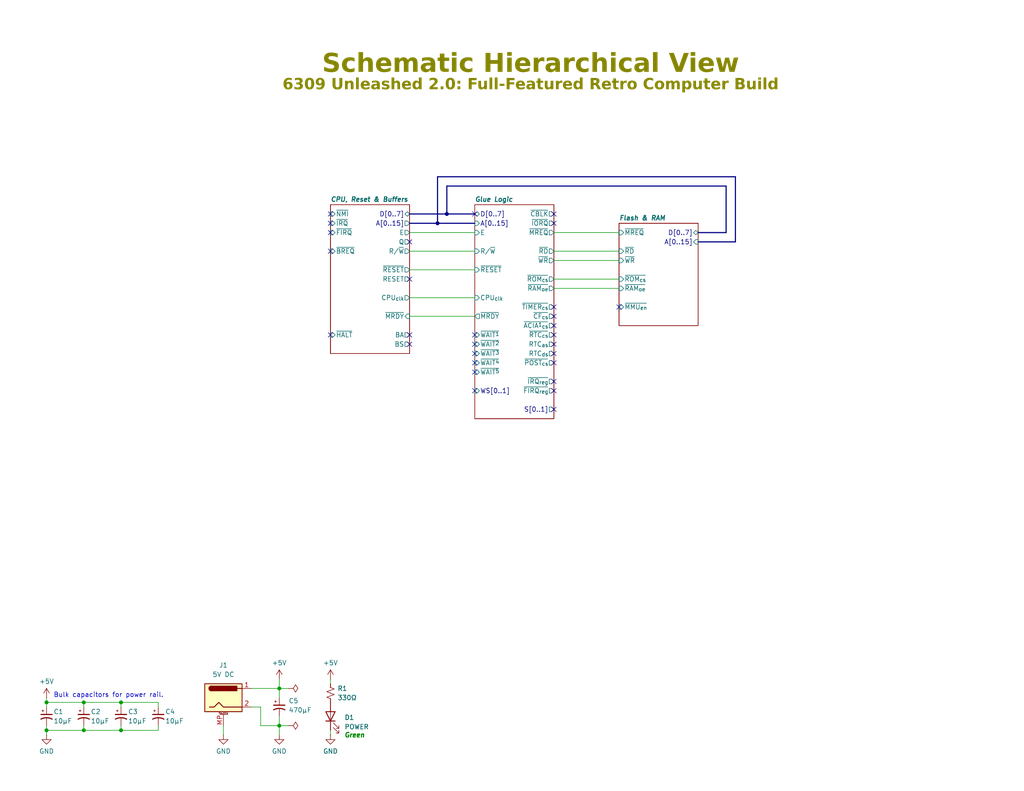
<source format=kicad_sch>
(kicad_sch (version 20250114) (generator "eeschema") (generator_version "9.0")
  (paper "USLetter")
  (title_block (title "6309 Full-Featured Computer") (date "2025-09-13") (rev "2.0") (company "MicroHobbyist") (comment 1 "Frédéric Segard"))
  (lib_symbols
    (symbol "Connector:Barrel_Jack_MountingPin" (pin_names (hide yes))
      (property "Reference" "J" (at 0 5.334 0))
      (property "Value" "Barrel_Jack_MountingPin" (at 1.27 -6.35 0))
      (symbol "Barrel_Jack_MountingPin_0_1"
        (rectangle (start -5.08 3.81) (end 5.08 -3.81) (stroke (width 0.254)) (fill (type background)))
        (polyline (pts (xy -3.81 -2.54) (xy -2.54 -2.54) (xy -1.27 -1.27) (xy 0 -2.54) (xy 2.54 -2.54) (xy 5.08 -2.54)) (stroke (width 0.254)))
        (arc (start -3.302 1.905) (mid -3.9343 2.54) (end -3.302 3.175) (stroke (width 0.254)))
        (arc (start -3.302 1.905) (mid -3.9343 2.54) (end -3.302 3.175) (stroke (width 0.254)) (fill (type outline)))
        (rectangle (start 3.683 3.175) (end -3.302 1.905) (stroke (width 0.254)) (fill (type outline)))
        (polyline (pts (xy 5.08 2.54) (xy 3.81 2.54)) (stroke (width 0.254)))
      )
      (symbol "Barrel_Jack_MountingPin_1_1"
        (polyline (pts (xy -1.016 -4.572) (xy 1.016 -4.572)) (stroke (width 0.1524)))
        (text "Mounting" (at 0 -4.191 0) (effects (font (size 0.381 0.381))))
        (pin passive line (at 0 -7.62 90) (length 3.048) (name "MountPin") (number "MP"))
        (pin passive line (at 7.62 2.54 180) (length 2.54) (name "~") (number "1"))
        (pin passive line (at 7.62 -2.54 180) (length 2.54) (name "~") (number "2"))
      )
    )
    (symbol "Device:C_Polarized_Small_US" (pin_numbers (hide yes)) (pin_names (offset 0.254) (hide yes))
      (property "Reference" "C" (at 0.254 1.778 0))
      (property "Value" "C_Polarized_Small_US" (at 0.254 -2.032 0))
      (symbol "C_Polarized_Small_US_0_1"
        (polyline (pts (xy -1.524 0.508) (xy 1.524 0.508)) (stroke (width 0.3048)))
        (polyline (pts (xy -1.27 1.524) (xy -0.762 1.524)))
        (polyline (pts (xy -1.016 1.27) (xy -1.016 1.778)))
        (arc (start -1.524 -0.762) (mid 0 -0.3734) (end 1.524 -0.762) (stroke (width 0.3048)))
      )
      (symbol "C_Polarized_Small_US_1_1"
        (pin passive line (at 0 2.54 270) (length 2.032) (name "~") (number "1"))
        (pin passive line (at 0 -2.54 90) (length 2.032) (name "~") (number "2"))
      )
    )
    (symbol "Device:LED" (pin_numbers (hide yes)) (pin_names (offset 1.016) (hide yes))
      (property "Reference" "D" (at 0 2.54 0))
      (property "Value" "LED" (at 0 -2.54 0))
      (symbol "LED_0_1"
        (polyline (pts (xy -3.048 -0.762) (xy -4.572 -2.286) (xy -3.81 -2.286) (xy -4.572 -2.286) (xy -4.572 -1.524)))
        (polyline (pts (xy -1.778 -0.762) (xy -3.302 -2.286) (xy -2.54 -2.286) (xy -3.302 -2.286) (xy -3.302 -1.524)))
        (polyline (pts (xy -1.27 0) (xy 1.27 0)))
        (polyline (pts (xy -1.27 -1.27) (xy -1.27 1.27)) (stroke (width 0.254)))
        (polyline (pts (xy 1.27 -1.27) (xy 1.27 1.27) (xy -1.27 0) (xy 1.27 -1.27)) (stroke (width 0.254)))
      )
      (symbol "LED_1_1"
        (pin passive line (at -3.81 0 0) (length 2.54) (name "K") (number "1"))
        (pin passive line (at 3.81 0 180) (length 2.54) (name "A") (number "2"))
      )
    )
    (symbol "Device:R_Small_US" (pin_numbers (hide yes)) (pin_names (offset 0.254) (hide yes))
      (property "Reference" "R" (at 0.762 0.508 0))
      (property "Value" "R_Small_US" (at 0.762 -1.016 0))
      (symbol "R_Small_US_1_1"
        (polyline (pts (xy 0 1.524) (xy 1.016 1.143) (xy 0 0.762) (xy -1.016 0.381) (xy 0 0)))
        (polyline (pts (xy 0 0) (xy 1.016 -0.381) (xy 0 -0.762) (xy -1.016 -1.143) (xy 0 -1.524)))
        (pin passive line (at 0 2.54 270) (length 1.016) (name "~") (number "1"))
        (pin passive line (at 0 -2.54 90) (length 1.016) (name "~") (number "2"))
      )
    )
    (symbol "power:+5V" (power) (pin_numbers (hide yes)) (pin_names (offset 0) (hide yes))
      (property "Value" "+5V" (at 0 3.556 0))
      (symbol "+5V_0_1"
        (polyline (pts (xy -0.762 1.27) (xy 0 2.54)))
        (polyline (pts (xy 0 2.54) (xy 0.762 1.27)))
        (polyline (pts (xy 0 0) (xy 0 2.54)))
      )
      (symbol "+5V_1_1"
        (pin power_in line (at 0 0 90) (length 0) (name "~") (number "1"))
      )
    )
    (symbol "power:GND" (power) (pin_numbers (hide yes)) (pin_names (offset 0) (hide yes))
      (property "Value" "GND" (at 0 -3.81 0))
      (symbol "GND_0_1"
        (polyline (pts (xy 0 0) (xy 0 -1.27) (xy 1.27 -1.27) (xy 0 -2.54) (xy -1.27 -1.27) (xy 0 -1.27)))
      )
      (symbol "GND_1_1"
        (pin power_in line (at 0 0 270) (length 0) (name "~") (number "1"))
      )
    )
    (symbol "power:PWR_FLAG" (power) (pin_numbers (hide yes)) (pin_names (offset 0) (hide yes))
      (property "Value" "PWR_FLAG" (at 0 3.81 0))
      (symbol "PWR_FLAG_0_0"
        (pin power_out line (at 0 0 90) (length 0) (name "~") (number "1"))
      )
      (symbol "PWR_FLAG_0_1"
        (polyline (pts (xy 0 0) (xy 0 1.27) (xy -1.016 1.905) (xy 0 2.54) (xy 1.016 1.905) (xy 0 1.27)))
      )
    )
  )
  (text "6309 Unleashed 2.0: Full-Featured Retro Computer Build" (at 144.78 24.13 0) (effects (font (size 3.0226 3.0226) (bold yes) (italic yes))))
  (text "Schematic Hierarchical View" (at 144.78 19.05 0) (effects (font (size 5.08 5.08))))
  (text "Bulk capacitors for power rail." (at 14.605 189.865 0) (effects (font (size 1.27 1.27)) (justify left)))
  (junction (at 22.86 199.39))
  (junction (at 22.86 191.77))
  (junction (at 12.7 191.77))
  (junction (at 33.02 199.39))
  (junction (at 76.2 187.96))
  (junction (at 119.38 60.96))
  (junction (at 12.7 199.39))
  (junction (at 76.2 198.12))
  (junction (at 121.92 58.42))
  (junction (at 33.02 191.77))
  (no_connect (at 129.54 93.98))
  (no_connect (at 151.13 58.42))
  (no_connect (at 151.13 83.82))
  (no_connect (at 151.13 91.44))
  (no_connect (at 129.54 96.52))
  (no_connect (at 151.13 106.68))
  (no_connect (at 90.17 68.58))
  (no_connect (at 129.54 106.68))
  (no_connect (at 129.54 91.44))
  (no_connect (at 151.13 93.98))
  (no_connect (at 151.13 96.52))
  (no_connect (at 129.54 101.6))
  (no_connect (at 111.76 76.2))
  (no_connect (at 151.13 60.96))
  (no_connect (at 90.17 63.5))
  (no_connect (at 111.76 93.98))
  (no_connect (at 129.54 58.42))
  (no_connect (at 151.13 86.36))
  (no_connect (at 111.76 91.44))
  (no_connect (at 90.17 58.42))
  (no_connect (at 129.54 99.06))
  (no_connect (at 90.17 91.44))
  (no_connect (at 168.91 83.82))
  (no_connect (at 151.13 111.76))
  (no_connect (at 151.13 88.9))
  (no_connect (at 90.17 60.96))
  (no_connect (at 151.13 104.14))
  (no_connect (at 111.76 66.04))
  (no_connect (at 151.13 99.06))
  (wire (pts (xy 33.02 198.12) (xy 33.02 199.39)))
  (wire (pts (xy 33.02 191.77) (xy 33.02 193.04)))
  (wire (pts (xy 151.13 63.5) (xy 168.91 63.5)))
  (bus (pts (xy 119.38 60.96) (xy 129.54 60.96)))
  (wire (pts (xy 111.76 63.5) (xy 129.54 63.5)))
  (bus (pts (xy 190.5 63.5) (xy 198.12 63.5)))
  (wire (pts (xy 22.86 191.77) (xy 33.02 191.77)))
  (wire (pts (xy 90.17 185.42) (xy 90.17 186.69)))
  (bus (pts (xy 121.92 58.42) (xy 129.54 58.42)))
  (bus (pts (xy 119.38 48.26) (xy 200.66 48.26)))
  (wire (pts (xy 76.2 187.96) (xy 76.2 190.5)))
  (bus (pts (xy 111.76 60.96) (xy 119.38 60.96)))
  (wire (pts (xy 111.76 68.58) (xy 129.54 68.58)))
  (wire (pts (xy 71.12 193.04) (xy 71.12 198.12)))
  (wire (pts (xy 111.76 81.28) (xy 129.54 81.28)))
  (wire (pts (xy 68.58 187.96) (xy 76.2 187.96)))
  (wire (pts (xy 76.2 195.58) (xy 76.2 198.12)))
  (wire (pts (xy 33.02 191.77) (xy 43.18 191.77)))
  (wire (pts (xy 33.02 199.39) (xy 43.18 199.39)))
  (wire (pts (xy 111.76 86.36) (xy 129.54 86.36)))
  (wire (pts (xy 76.2 185.42) (xy 76.2 187.96)))
  (bus (pts (xy 198.12 50.8) (xy 198.12 63.5)))
  (wire (pts (xy 43.18 198.12) (xy 43.18 199.39)))
  (wire (pts (xy 71.12 198.12) (xy 76.2 198.12)))
  (wire (pts (xy 151.13 71.12) (xy 168.91 71.12)))
  (wire (pts (xy 78.74 198.12) (xy 76.2 198.12)))
  (wire (pts (xy 22.86 198.12) (xy 22.86 199.39)))
  (wire (pts (xy 151.13 78.74) (xy 168.91 78.74)))
  (wire (pts (xy 78.74 187.96) (xy 76.2 187.96)))
  (wire (pts (xy 68.58 193.04) (xy 71.12 193.04)))
  (bus (pts (xy 111.76 58.42) (xy 121.92 58.42)))
  (wire (pts (xy 60.96 200.66) (xy 60.96 198.12)))
  (wire (pts (xy 22.86 191.77) (xy 22.86 193.04)))
  (bus (pts (xy 121.92 50.8) (xy 198.12 50.8)))
  (bus (pts (xy 200.66 48.26) (xy 200.66 66.04)))
  (wire (pts (xy 76.2 198.12) (xy 76.2 200.66)))
  (bus (pts (xy 121.92 50.8) (xy 121.92 58.42)))
  (bus (pts (xy 119.38 48.26) (xy 119.38 60.96)))
  (wire (pts (xy 43.18 191.77) (xy 43.18 193.04)))
  (wire (pts (xy 12.7 198.12) (xy 12.7 199.39)))
  (wire (pts (xy 12.7 190.5) (xy 12.7 191.77)))
  (wire (pts (xy 12.7 199.39) (xy 12.7 200.66)))
  (wire (pts (xy 90.17 199.39) (xy 90.17 200.66)))
  (bus (pts (xy 190.5 66.04) (xy 200.66 66.04)))
  (wire (pts (xy 111.76 73.66) (xy 129.54 73.66)))
  (wire (pts (xy 12.7 191.77) (xy 22.86 191.77)))
  (wire (pts (xy 151.13 68.58) (xy 168.91 68.58)))
  (wire (pts (xy 151.13 76.2) (xy 168.91 76.2)))
  (wire (pts (xy 12.7 191.77) (xy 12.7 193.04)))
  (wire (pts (xy 22.86 199.39) (xy 33.02 199.39)))
  (wire (pts (xy 12.7 199.39) (xy 22.86 199.39)))
  (symbol (lib_id "power:GND") (at 76.2 200.66 0) (unit 1)
    (property "Reference" "#PWR05" (effects (hide yes)))
    (property "Value" "GND" (at 76.2 205.105 0))
    (property "Description" "Power symbol creates a global label with name \"GND\" , ground" (effects (hide yes)))
  )
  (symbol (lib_id "Device:LED") (at 90.17 195.58 90) (unit 1)
    (property "Reference" "D1" (at 93.98 195.8974 90) (effects (justify right)))
    (property "Value" "POWER" (at 93.98 198.4374 90) (effects (justify right)))
    (property "Description" "Light emitting diode" (effects (hide yes)))
    (property "Color" "Green" (at 93.98 200.66 90) (effects (font (thickness 0.254) (bold yes) (italic yes)) (justify right)))
  )
  (symbol (lib_id "Device:C_Polarized_Small_US") (at 33.02 195.58 0) (unit 1)
    (property "Reference" "C3" (at 34.925 194.31 0) (effects (justify left)))
    (property "Value" "10µF" (at 34.925 196.85 0) (effects (justify left)))
    (property "Description" "Polarized capacitor, small US symbol" (effects (hide yes)))
  )
  (symbol (lib_id "power:+5V") (at 76.2 185.42 0) (unit 1)
    (property "Reference" "#PWR04" (effects (hide yes)))
    (property "Value" "+5V" (at 76.2 180.975 0))
    (property "Description" "Power symbol creates a global label with name \"+5V\"" (effects (hide yes)))
  )
  (symbol (lib_id "Device:C_Polarized_Small_US") (at 22.86 195.58 0) (unit 1)
    (property "Reference" "C2" (at 24.765 194.31 0) (effects (justify left)))
    (property "Value" "10µF" (at 24.765 196.85 0) (effects (justify left)))
    (property "Description" "Polarized capacitor, small US symbol" (effects (hide yes)))
  )
  (symbol (lib_id "Device:R_Small_US") (at 90.17 189.23 0) (unit 1)
    (property "Reference" "R1" (at 92.075 187.96 0) (effects (justify left)))
    (property "Value" "330Ω" (at 92.075 190.5 0) (effects (justify left)))
    (property "Description" "Resistor, small US symbol" (effects (hide yes)))
  )
  (symbol (lib_id "Device:C_Polarized_Small_US") (at 12.7 195.58 0) (unit 1)
    (property "Reference" "C1" (at 14.605 194.31 0) (effects (justify left)))
    (property "Value" "10µF" (at 14.605 196.85 0) (effects (justify left)))
    (property "Description" "Polarized capacitor, small US symbol" (effects (hide yes)))
  )
  (symbol (lib_id "power:GND") (at 60.96 200.66 0) (unit 1)
    (property "Reference" "#PWR03" (effects (hide yes)))
    (property "Value" "GND" (at 60.96 205.105 0))
    (property "Description" "Power symbol creates a global label with name \"GND\" , ground" (effects (hide yes)))
  )
  (symbol (lib_id "power:PWR_FLAG") (at 78.74 187.96 270) (unit 1)
    (property "Reference" "#FLG01" (effects (hide yes)))
    (property "Value" "PWR_FLAG" (effects (hide yes)))
    (property "Description" "Special symbol for telling ERC where power comes from" (effects (hide yes)))
  )
  (symbol (lib_id "power:GND") (at 90.17 200.66 0) (unit 1)
    (property "Reference" "#PWR07" (effects (hide yes)))
    (property "Value" "GND" (at 90.17 205.105 0))
    (property "Description" "Power symbol creates a global label with name \"GND\" , ground" (effects (hide yes)))
  )
  (symbol (lib_id "power:PWR_FLAG") (at 78.74 198.12 270) (unit 1)
    (property "Reference" "#FLG02" (effects (hide yes)))
    (property "Value" "PWR_FLAG" (effects (hide yes)))
    (property "Description" "Special symbol for telling ERC where power comes from" (effects (hide yes)))
  )
  (symbol (lib_id "power:GND") (at 12.7 200.66 0) (unit 1)
    (property "Reference" "#PWR02" (effects (hide yes)))
    (property "Value" "GND" (at 12.7 205.105 0))
    (property "Description" "Power symbol creates a global label with name \"GND\" , ground" (effects (hide yes)))
  )
  (symbol (lib_id "power:+5V") (at 12.7 190.5 0) (unit 1)
    (property "Reference" "#PWR01" (effects (hide yes)))
    (property "Value" "+5V" (at 12.7 186.055 0))
    (property "Description" "Power symbol creates a global label with name \"+5V\"" (effects (hide yes)))
  )
  (symbol (lib_id "Device:C_Polarized_Small_US") (at 43.18 195.58 0) (unit 1)
    (property "Reference" "C4" (at 45.085 194.31 0) (effects (justify left)))
    (property "Value" "10µF" (at 45.085 196.85 0) (effects (justify left)))
    (property "Description" "Polarized capacitor, small US symbol" (effects (hide yes)))
  )
  (symbol (lib_id "Connector:Barrel_Jack_MountingPin") (at 60.96 190.5 0) (unit 1)
    (property "Reference" "J1" (at 60.96 181.61 0))
    (property "Value" "5V DC" (at 60.96 184.15 0))
    (property "Description" "DC Barrel Jack with a mounting pin" (effects (hide yes)))
  )
  (symbol (lib_id "power:+5V") (at 90.17 185.42 0) (unit 1)
    (property "Reference" "#PWR06" (effects (hide yes)))
    (property "Value" "+5V" (at 90.17 180.975 0))
    (property "Description" "Power symbol creates a global label with name \"+5V\"" (effects (hide yes)))
  )
  (symbol (lib_id "Device:C_Polarized_Small_US") (at 76.2 193.04 0) (unit 1)
    (property "Reference" "C5" (at 78.74 191.3381 0) (effects (justify left)))
    (property "Value" "470µF" (at 78.74 193.8781 0) (effects (justify left)))
    (property "Description" "Polarized capacitor, small US symbol" (effects (hide yes)))
  )
  (sheet (at 90.17 55.88) (size 21.59 40.64) (stroke (width 0.1524))
    (property "Sheetname" "CPU, Reset & Buffers" (at 90.17 55.1684 0) (effects (font (thickness 0.254) (bold yes) (italic yes)) (justify left bottom)))
    (property "Sheetfile" "CPU_RESET_BUFFERS.kicad_sch" (effects (hide yes)))
    (pin "RESET" output (at 111.76 76.2 0))
    (pin "~{RESET}" output (at 111.76 73.66 0))
    (pin "~{IRQ}" input (at 90.17 60.96 180))
    (pin "A[0..15]" output (at 111.76 60.96 0))
    (pin "~{HALT}" input (at 90.17 91.44 180))
    (pin "BS" output (at 111.76 93.98 0))
    (pin "R{slash}~{W}" output (at 111.76 68.58 0))
    (pin "E" output (at 111.76 63.5 0))
    (pin "~{MRDY}" input (at 111.76 86.36 0))
    (pin "Q" output (at 111.76 66.04 0))
    (pin "~{FIRQ}" input (at 90.17 63.5 180))
    (pin "BA" output (at 111.76 91.44 0))
    (pin "~{NMI}" input (at 90.17 58.42 180))
    (pin "D[0..7]" bidirectional (at 111.76 58.42 0))
    (pin "~{BREQ}" input (at 90.17 68.58 180))
    (pin "CPU_{clk}" output (at 111.76 81.28 0))
  )
  (sheet (at 168.91 60.96) (size 21.59 27.94) (stroke (width 0.1524))
    (property "Sheetname" "Flash & RAM" (at 168.91 60.2484 0) (effects (font (thickness 0.254) (bold yes) (italic yes)) (justify left bottom)))
    (property "Sheetfile" "ROMRAM.kicad_sch" (effects (hide yes)))
    (pin "~{WR}" input (at 168.91 71.12 180))
    (pin "~{RD}" input (at 168.91 68.58 180))
    (pin "~{ROM_{cs}}" input (at 168.91 76.2 180))
    (pin "~{MMU_{en}}" input (at 168.91 83.82 180))
    (pin "~{MREQ}" input (at 168.91 63.5 180))
    (pin "~{RAM_{oe}}" input (at 168.91 78.74 180))
    (pin "A[0..15]" input (at 190.5 66.04 0))
    (pin "D[0..7]" bidirectional (at 190.5 63.5 0))
  )
  (sheet (at 129.54 55.88) (size 21.59 58.42) (stroke (width 0.1524))
    (property "Sheetname" "Glue Logic" (at 129.54 55.1684 0) (effects (font (thickness 0.254) (bold yes) (italic yes)) (justify left bottom)))
    (property "Sheetfile" "Glue.kicad_sch" (effects (hide yes)))
    (pin "~{RESET}" input (at 129.54 73.66 180))
    (pin "~{WR}" output (at 151.13 71.12 0))
    (pin "~{RD}" output (at 151.13 68.58 0))
    (pin "R{slash}~{W}" input (at 129.54 68.58 180))
    (pin "~{RAM_{oe}}" output (at 151.13 78.74 0))
    (pin "~{ROM_{cs}}" output (at 151.13 76.2 0))
    (pin "A[0..15]" input (at 129.54 60.96 180))
    (pin "~{MREQ}" output (at 151.13 63.5 0))
    (pin "E" input (at 129.54 63.5 180))
    (pin "~{IORQ}" output (at 151.13 60.96 0))
    (pin "D[0..7]" bidirectional (at 129.54 58.42 180))
    (pin "~{MRDY}" output (at 129.54 86.36 180))
    (pin "WS[0..1]" input (at 129.54 106.68 180))
    (pin "~{TIMER_{cs}}" output (at 151.13 83.82 0))
    (pin "~{CF_{cs}}" output (at 151.13 86.36 0))
    (pin "~{ACIA^{1}_{cs}}" output (at 151.13 88.9 0))
    (pin "~{CBLK}" output (at 151.13 58.42 0))
    (pin "~{WAIT^{2}}" input (at 129.54 93.98 180))
    (pin "~{WAIT^{4}}" input (at 129.54 99.06 180))
    (pin "~{WAIT^{5}}" input (at 129.54 101.6 180))
    (pin "CPU_{clk}" input (at 129.54 81.28 180))
    (pin "S[0..1]" output (at 151.13 111.76 0))
    (pin "~{WAIT^{1}}" input (at 129.54 91.44 180))
    (pin "~{WAIT^{3}}" input (at 129.54 96.52 180))
    (pin "RTC_{as}" output (at 151.13 93.98 0))
    (pin "~{RTC_{cs}}" output (at 151.13 91.44 0))
    (pin "~{IRQ_{reg}}" output (at 151.13 104.14 0))
    (pin "~{FIRQ_{reg}}" output (at 151.13 106.68 0))
    (pin "RTC_{ds}" output (at 151.13 96.52 0))
    (pin "~{POST_{cs}}" output (at 151.13 99.06 0))
  )
)
</source>
